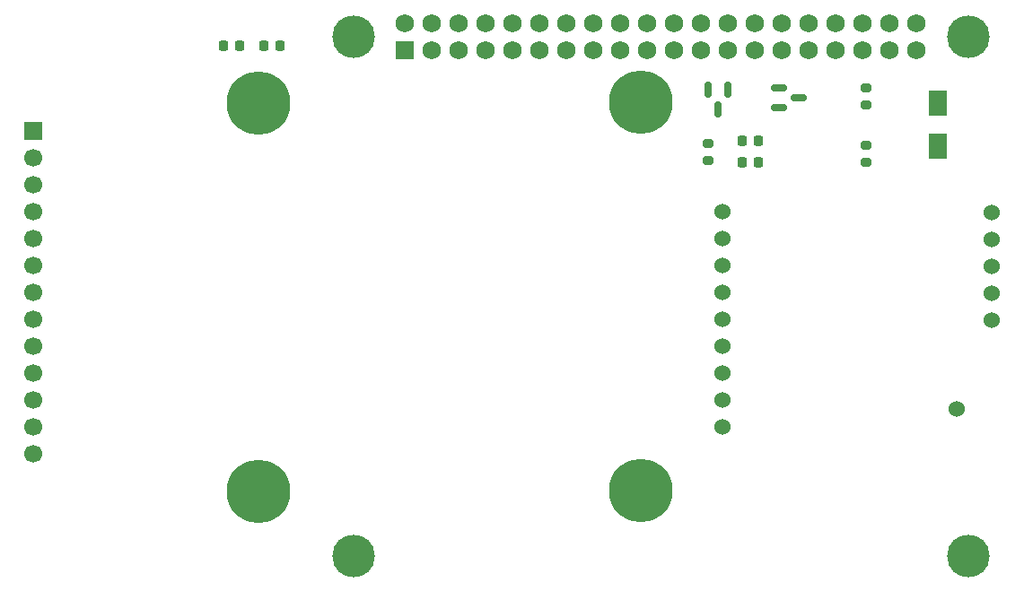
<source format=gts>
%TF.GenerationSoftware,KiCad,Pcbnew,9.0.1*%
%TF.CreationDate,2025-04-07T13:35:56-07:00*%
%TF.ProjectId,Groundstation_433_Hat,47726f75-6e64-4737-9461-74696f6e5f34,1.3*%
%TF.SameCoordinates,Original*%
%TF.FileFunction,Soldermask,Top*%
%TF.FilePolarity,Negative*%
%FSLAX46Y46*%
G04 Gerber Fmt 4.6, Leading zero omitted, Abs format (unit mm)*
G04 Created by KiCad (PCBNEW 9.0.1) date 2025-04-07 13:35:56*
%MOMM*%
%LPD*%
G01*
G04 APERTURE LIST*
G04 Aperture macros list*
%AMRoundRect*
0 Rectangle with rounded corners*
0 $1 Rounding radius*
0 $2 $3 $4 $5 $6 $7 $8 $9 X,Y pos of 4 corners*
0 Add a 4 corners polygon primitive as box body*
4,1,4,$2,$3,$4,$5,$6,$7,$8,$9,$2,$3,0*
0 Add four circle primitives for the rounded corners*
1,1,$1+$1,$2,$3*
1,1,$1+$1,$4,$5*
1,1,$1+$1,$6,$7*
1,1,$1+$1,$8,$9*
0 Add four rect primitives between the rounded corners*
20,1,$1+$1,$2,$3,$4,$5,0*
20,1,$1+$1,$4,$5,$6,$7,0*
20,1,$1+$1,$6,$7,$8,$9,0*
20,1,$1+$1,$8,$9,$2,$3,0*%
G04 Aperture macros list end*
%ADD10RoundRect,0.225000X-0.225000X-0.250000X0.225000X-0.250000X0.225000X0.250000X-0.225000X0.250000X0*%
%ADD11RoundRect,0.150000X-0.150000X0.587500X-0.150000X-0.587500X0.150000X-0.587500X0.150000X0.587500X0*%
%ADD12RoundRect,0.200000X0.275000X-0.200000X0.275000X0.200000X-0.275000X0.200000X-0.275000X-0.200000X0*%
%ADD13RoundRect,0.102000X-0.762000X-0.762000X0.762000X-0.762000X0.762000X0.762000X-0.762000X0.762000X0*%
%ADD14C,1.728000*%
%ADD15C,4.016400*%
%ADD16RoundRect,0.200000X-0.275000X0.200000X-0.275000X-0.200000X0.275000X-0.200000X0.275000X0.200000X0*%
%ADD17C,6.000000*%
%ADD18RoundRect,0.225000X0.225000X0.250000X-0.225000X0.250000X-0.225000X-0.250000X0.225000X-0.250000X0*%
%ADD19C,1.524000*%
%ADD20RoundRect,0.150000X-0.587500X-0.150000X0.587500X-0.150000X0.587500X0.150000X-0.587500X0.150000X0*%
%ADD21RoundRect,0.190740X0.676260X-1.016260X0.676260X1.016260X-0.676260X1.016260X-0.676260X-1.016260X0*%
%ADD22R,1.700000X1.700000*%
%ADD23C,1.700000*%
G04 APERTURE END LIST*
D10*
%TO.C,C3*%
X170153937Y-75400000D03*
X171703937Y-75400000D03*
%TD*%
D11*
%TO.C,Q1*%
X168865776Y-68538715D03*
X166965776Y-68538715D03*
X167915776Y-70413715D03*
%TD*%
D12*
%TO.C,R2*%
X181871002Y-75398901D03*
X181871002Y-73748901D03*
%TD*%
D13*
%TO.C,U2*%
X138370000Y-64770000D03*
D14*
X138370000Y-62230000D03*
X140910000Y-64770000D03*
X140910000Y-62230000D03*
X143450000Y-64770000D03*
X143450000Y-62230000D03*
X145990000Y-64770000D03*
X145990000Y-62230000D03*
X148530000Y-64770000D03*
X148530000Y-62230000D03*
X151070000Y-64770000D03*
X151070000Y-62230000D03*
X153610000Y-64770000D03*
X153610000Y-62230000D03*
X156150000Y-64770000D03*
X156150000Y-62230000D03*
X158690000Y-64770000D03*
X158690000Y-62230000D03*
X161230000Y-64770000D03*
X161230000Y-62230000D03*
X163770000Y-64770000D03*
X163770000Y-62230000D03*
X166310000Y-64770000D03*
X166310000Y-62230000D03*
X168850000Y-64770000D03*
X168850000Y-62230000D03*
X171390000Y-64770000D03*
X171390000Y-62230000D03*
X173930000Y-64770000D03*
X173930000Y-62230000D03*
X176470000Y-64770000D03*
X176470000Y-62230000D03*
X179010000Y-64770000D03*
X179010000Y-62230000D03*
X181550000Y-64770000D03*
X181550000Y-62230000D03*
X184090000Y-64770000D03*
X184090000Y-62230000D03*
X186630000Y-64770000D03*
X186630000Y-62230000D03*
D15*
X133500000Y-63500000D03*
X191500000Y-63500000D03*
X191500000Y-112500000D03*
X133500000Y-112500000D03*
%TD*%
D16*
%TO.C,R1*%
X166953937Y-73550000D03*
X166953937Y-75200000D03*
%TD*%
D17*
%TO.C,U1*%
X124518408Y-106445774D03*
X160618408Y-106345774D03*
X124518408Y-69795774D03*
X160618408Y-69695774D03*
%TD*%
D18*
%TO.C,C1*%
X122794139Y-64400000D03*
X121244139Y-64400000D03*
%TD*%
D10*
%TO.C,C2*%
X125054139Y-64400000D03*
X126604139Y-64400000D03*
%TD*%
D19*
%TO.C,U3*%
X168307575Y-80064234D03*
X168307575Y-82604234D03*
X168307575Y-85144234D03*
X168307575Y-87684234D03*
X168307575Y-90224234D03*
X168307575Y-92764234D03*
X168307575Y-95304234D03*
X168307575Y-97844234D03*
X168307575Y-100384234D03*
X193694899Y-80116567D03*
X193694899Y-82656567D03*
X193694899Y-85196567D03*
X193694899Y-87736567D03*
X193694899Y-90276567D03*
X190418299Y-98607767D03*
%TD*%
D10*
%TO.C,C4*%
X170153937Y-73373620D03*
X171703937Y-73373620D03*
%TD*%
D20*
%TO.C,Q2*%
X173631121Y-68323188D03*
X173631121Y-70223188D03*
X175506121Y-69273188D03*
%TD*%
D16*
%TO.C,R3*%
X181833934Y-68327479D03*
X181833934Y-69977479D03*
%TD*%
D21*
%TO.C,D1*%
X188657821Y-69743807D03*
X188657821Y-73843807D03*
%TD*%
D22*
%TO.C,J1*%
X103313937Y-72440000D03*
D23*
X103313937Y-74980000D03*
X103313937Y-77520000D03*
X103313937Y-80060000D03*
X103313937Y-82600000D03*
X103313937Y-85140000D03*
X103313937Y-87680000D03*
X103313937Y-90220000D03*
X103313937Y-92760000D03*
X103313937Y-95300000D03*
X103313937Y-97840000D03*
X103313937Y-100380000D03*
X103313937Y-102920000D03*
%TD*%
M02*

</source>
